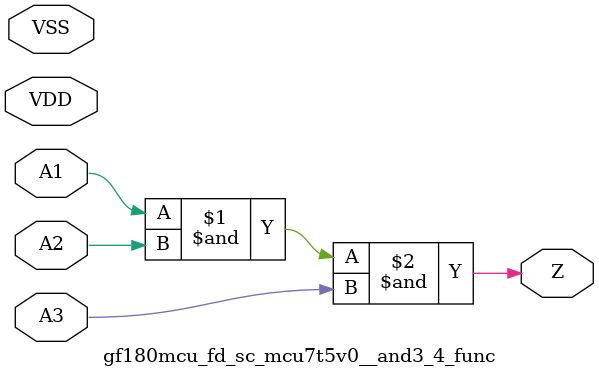
<source format=v>

module gf180mcu_fd_sc_mcu7t5v0__and3_4_func( A3, A2, A1, Z, VDD, VSS );
input A1, A2, A3;
inout VDD, VSS;
output Z;

	and MGM_BG_0( Z, A1, A2, A3 );

endmodule

</source>
